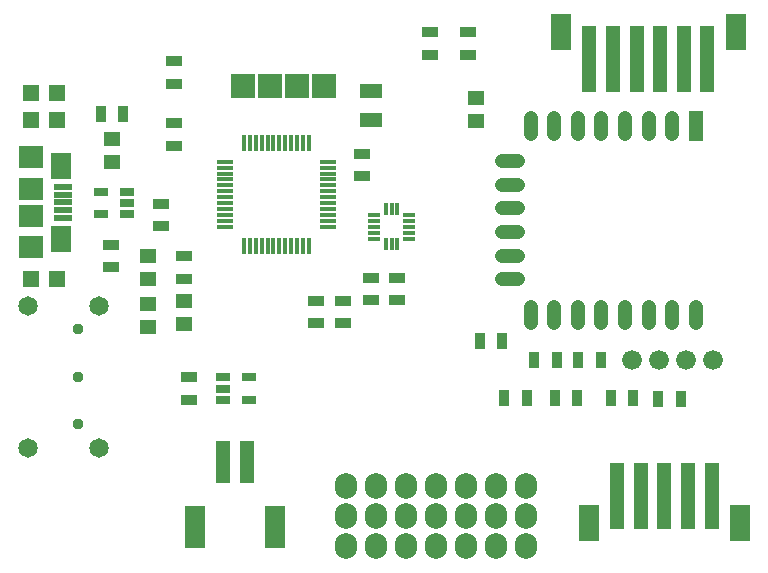
<source format=gbr>
G04 #@! TF.FileFunction,Soldermask,Top*
%FSLAX46Y46*%
G04 Gerber Fmt 4.6, Leading zero omitted, Abs format (unit mm)*
G04 Created by KiCad (PCBNEW 4.0.2-stable) date 5/22/2017 10:32:32 AM*
%MOMM*%
G01*
G04 APERTURE LIST*
%ADD10C,0.100000*%
%ADD11O,2.552400X1.252400*%
%ADD12R,1.252400X2.552400*%
%ADD13O,1.252400X2.552400*%
%ADD14R,0.852400X1.452400*%
%ADD15R,0.402400X1.452400*%
%ADD16R,1.452400X0.402400*%
%ADD17R,1.452400X0.852400*%
%ADD18R,1.002400X0.402400*%
%ADD19R,0.402400X1.002400*%
%ADD20R,1.952400X1.152400*%
%ADD21R,1.402400X1.152400*%
%ADD22R,1.212400X0.802400*%
%ADD23R,1.652400X3.552400*%
%ADD24R,1.152400X3.652400*%
%ADD25R,2.052400X1.952400*%
%ADD26R,1.502400X0.552400*%
%ADD27R,1.752400X2.252400*%
%ADD28R,1.352400X1.352400*%
%ADD29R,1.152400X5.652400*%
%ADD30R,1.752400X3.152400*%
%ADD31O,1.879600X2.184400*%
%ADD32R,2.152400X2.152400*%
%ADD33C,1.676400*%
%ADD34C,1.652400*%
%ADD35C,0.952400*%
G04 APERTURE END LIST*
D10*
D11*
X147025000Y-63440000D03*
X147025000Y-65440000D03*
X147025000Y-67440000D03*
X147025000Y-69440000D03*
X147025000Y-71440000D03*
X147025000Y-73440000D03*
D12*
X162775000Y-60450000D03*
D13*
X160775000Y-60450000D03*
X158775000Y-60450000D03*
X156775000Y-60450000D03*
X154775000Y-60450000D03*
X152775000Y-60450000D03*
X150775000Y-60450000D03*
X148775000Y-60450000D03*
X148775000Y-76450000D03*
X150775000Y-76450000D03*
X152775000Y-76450000D03*
X154775000Y-76450000D03*
X156775000Y-76450000D03*
X158775000Y-76450000D03*
X160775000Y-76450000D03*
X162775000Y-76450000D03*
D14*
X152825000Y-80275000D03*
X154725000Y-80275000D03*
D15*
X130000000Y-61900000D03*
X129500000Y-61900000D03*
X129000000Y-61900000D03*
X128500000Y-61900000D03*
X128000000Y-61900000D03*
X127500000Y-61900000D03*
X127000000Y-61900000D03*
X126500000Y-61900000D03*
X126000000Y-61900000D03*
X125500000Y-61900000D03*
X125000000Y-61900000D03*
X124500000Y-61900000D03*
D16*
X122900000Y-63500000D03*
X122900000Y-64000000D03*
X122900000Y-64500000D03*
X122900000Y-65000000D03*
X122900000Y-65500000D03*
X122900000Y-66000000D03*
X122900000Y-66500000D03*
X122900000Y-67000000D03*
X122900000Y-67500000D03*
X122900000Y-68000000D03*
X122900000Y-68500000D03*
X122900000Y-69000000D03*
D15*
X124500000Y-70600000D03*
X125000000Y-70600000D03*
X125500000Y-70600000D03*
X126000000Y-70600000D03*
X126500000Y-70600000D03*
X127000000Y-70600000D03*
X127500000Y-70600000D03*
X128000000Y-70600000D03*
X128500000Y-70600000D03*
X129000000Y-70600000D03*
X129500000Y-70600000D03*
X130000000Y-70600000D03*
D16*
X131600000Y-69000000D03*
X131600000Y-68500000D03*
X131600000Y-68000000D03*
X131600000Y-67500000D03*
X131600000Y-67000000D03*
X131600000Y-66500000D03*
X131600000Y-66000000D03*
X131600000Y-65500000D03*
X131600000Y-65000000D03*
X131600000Y-64500000D03*
X131600000Y-64000000D03*
X131600000Y-63500000D03*
D17*
X134500000Y-62800000D03*
X134500000Y-64700000D03*
X117500000Y-67050000D03*
X117500000Y-68950000D03*
X143500000Y-52550000D03*
X143500000Y-54450000D03*
X140250000Y-52550000D03*
X140250000Y-54450000D03*
D14*
X146550000Y-83500000D03*
X148450000Y-83500000D03*
X152700000Y-83500000D03*
X150800000Y-83500000D03*
D17*
X119438000Y-71490000D03*
X119438000Y-73390000D03*
X113250000Y-72450000D03*
X113250000Y-70550000D03*
D14*
X159575000Y-83575000D03*
X161475000Y-83575000D03*
D17*
X135250000Y-75200000D03*
X135250000Y-73300000D03*
X137500000Y-75200000D03*
X137500000Y-73300000D03*
D14*
X149100000Y-80275000D03*
X151000000Y-80275000D03*
X155550000Y-83500000D03*
X157450000Y-83500000D03*
X144450000Y-78650000D03*
X146350000Y-78650000D03*
D18*
X135525000Y-68000000D03*
X135525000Y-68500000D03*
X135525000Y-69000000D03*
X135525000Y-69500000D03*
X135525000Y-70000000D03*
D19*
X136500000Y-70475000D03*
X137000000Y-70475000D03*
X137500000Y-70475000D03*
D18*
X138475000Y-70000000D03*
X138475000Y-69500000D03*
X138475000Y-69000000D03*
X138475000Y-68500000D03*
X138475000Y-68000000D03*
D19*
X137500000Y-67525000D03*
X137000000Y-67525000D03*
X136500000Y-67525000D03*
D20*
X135250000Y-60000000D03*
X135250000Y-57500000D03*
D21*
X116390000Y-77504000D03*
X116390000Y-75504000D03*
D17*
X119850000Y-83650000D03*
X119850000Y-81750000D03*
D22*
X122750000Y-81750000D03*
X122750000Y-82700000D03*
X122750000Y-83650000D03*
X124950000Y-83650000D03*
X124950000Y-81750000D03*
D23*
X127100000Y-94450000D03*
D24*
X124750000Y-88900000D03*
X122750000Y-88900000D03*
D23*
X120400000Y-94450000D03*
D21*
X113342000Y-61534000D03*
X113342000Y-63534000D03*
D25*
X106485000Y-70731500D03*
X106485000Y-63131500D03*
X106485000Y-68081500D03*
D26*
X109160000Y-68231500D03*
X109160000Y-67581500D03*
X109160000Y-66931500D03*
X109160000Y-66281500D03*
X109160000Y-65631500D03*
D27*
X109035000Y-63831500D03*
X109035000Y-70031500D03*
D25*
X106485000Y-65781500D03*
D21*
X119438000Y-75250000D03*
X119438000Y-77250000D03*
X116390000Y-73440000D03*
X116390000Y-71440000D03*
D28*
X108700000Y-57700000D03*
X106500000Y-57700000D03*
X108700000Y-73450000D03*
X106500000Y-73450000D03*
X108700000Y-59950000D03*
X106500000Y-59950000D03*
D29*
X164100000Y-91825000D03*
X162100000Y-91825000D03*
X160100000Y-91825000D03*
X158100000Y-91825000D03*
X156100000Y-91825000D03*
D30*
X166500000Y-94075000D03*
X153700000Y-94075000D03*
D17*
X118600000Y-60250000D03*
X118600000Y-62150000D03*
X118600000Y-55000000D03*
X118600000Y-56900000D03*
D14*
X112400000Y-59450000D03*
X114300000Y-59450000D03*
D17*
X130600000Y-77150000D03*
X130600000Y-75250000D03*
X132850000Y-77150000D03*
X132850000Y-75250000D03*
D22*
X114600000Y-67950000D03*
X114600000Y-67000000D03*
X114600000Y-66050000D03*
X112400000Y-66050000D03*
X112400000Y-67950000D03*
D31*
X133110000Y-96070000D03*
X135650000Y-96070000D03*
X138190000Y-96070000D03*
X140730000Y-96070000D03*
X143270000Y-96070000D03*
X145810000Y-96070000D03*
X148350000Y-96070000D03*
X148350000Y-93530000D03*
X145810000Y-93530000D03*
X143270000Y-93530000D03*
X140730000Y-93530000D03*
X138190000Y-93530000D03*
X135650000Y-93530000D03*
X133110000Y-93530000D03*
X133110000Y-90990000D03*
X135650000Y-90990000D03*
X138190000Y-90990000D03*
X140730000Y-90990000D03*
X143270000Y-90990000D03*
X145810000Y-90990000D03*
X148350000Y-90990000D03*
D32*
X124385000Y-57050000D03*
X126671000Y-57050000D03*
X128957000Y-57050000D03*
X131243000Y-57050000D03*
D33*
X164194000Y-80275000D03*
X161908000Y-80275000D03*
X159622000Y-80275000D03*
X157336000Y-80275000D03*
D21*
X144125000Y-58075000D03*
X144125000Y-60075000D03*
D34*
X106225000Y-75700000D03*
X106225000Y-87700000D03*
X112225000Y-87700000D03*
X112225000Y-75700000D03*
D35*
X110475000Y-85700000D03*
X110475000Y-81700000D03*
X110475000Y-77700000D03*
D29*
X153750000Y-54800000D03*
X155750000Y-54800000D03*
X157750000Y-54800000D03*
X159750000Y-54800000D03*
X161750000Y-54800000D03*
X163750000Y-54800000D03*
D30*
X151350000Y-52550000D03*
X166150000Y-52550000D03*
M02*

</source>
